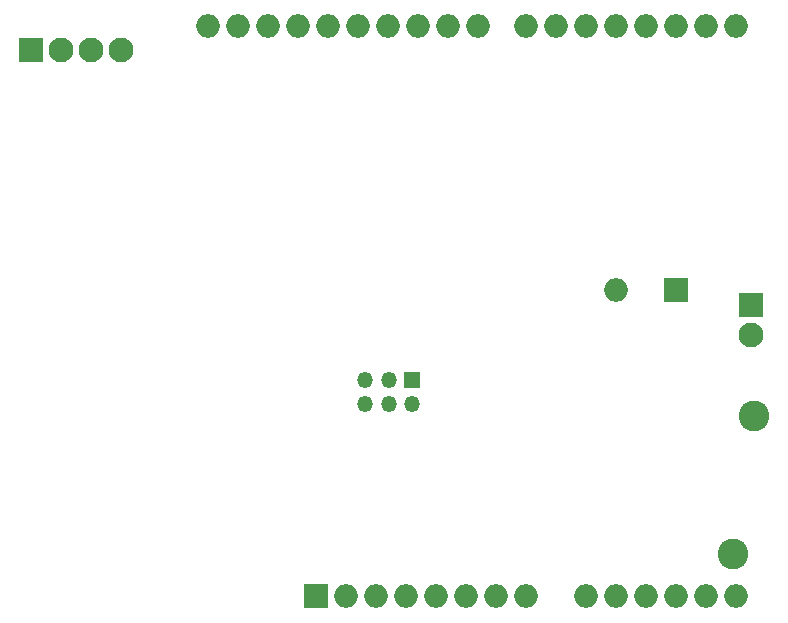
<source format=gbr>
%TF.GenerationSoftware,KiCad,Pcbnew,(6.0.5)*%
%TF.CreationDate,2022-06-24T12:54:37+01:00*%
%TF.ProjectId,Driver PCB,44726976-6572-4205-9043-422e6b696361,0*%
%TF.SameCoordinates,Original*%
%TF.FileFunction,Soldermask,Bot*%
%TF.FilePolarity,Negative*%
%FSLAX46Y46*%
G04 Gerber Fmt 4.6, Leading zero omitted, Abs format (unit mm)*
G04 Created by KiCad (PCBNEW (6.0.5)) date 2022-06-24 12:54:37*
%MOMM*%
%LPD*%
G01*
G04 APERTURE LIST*
%ADD10R,2.000000X2.000000*%
%ADD11O,2.000000X2.000000*%
%ADD12R,2.100000X2.100000*%
%ADD13C,2.100000*%
%ADD14R,1.350000X1.350000*%
%ADD15O,1.350000X1.350000*%
%ADD16C,2.600000*%
G04 APERTURE END LIST*
D10*
%TO.C,D4*%
X149860000Y-80010000D03*
D11*
X144780000Y-80010000D03*
%TD*%
D12*
%TO.C,J4*%
X95245000Y-59690000D03*
D13*
X97785000Y-59690000D03*
X100325000Y-59690000D03*
X102865000Y-59690000D03*
%TD*%
D14*
%TO.C,J1*%
X127508000Y-87630000D03*
D15*
X127508000Y-89630000D03*
X125508000Y-87630000D03*
X125508000Y-89630000D03*
X123508000Y-87630000D03*
X123508000Y-89630000D03*
%TD*%
D10*
%TO.C,A1*%
X119380000Y-105918000D03*
D11*
X121920000Y-105918000D03*
X124460000Y-105918000D03*
X127000000Y-105918000D03*
X129540000Y-105918000D03*
X132080000Y-105918000D03*
X134620000Y-105918000D03*
X137160000Y-105918000D03*
X142240000Y-105918000D03*
X144780000Y-105918000D03*
X147320000Y-105918000D03*
X149860000Y-105918000D03*
X152400000Y-105918000D03*
X154940000Y-105918000D03*
X154940000Y-57658000D03*
X152400000Y-57658000D03*
X149860000Y-57658000D03*
X147320000Y-57658000D03*
X144780000Y-57658000D03*
X142240000Y-57658000D03*
X139700000Y-57658000D03*
X137160000Y-57658000D03*
X133100000Y-57658000D03*
X130560000Y-57658000D03*
X128020000Y-57658000D03*
X125480000Y-57658000D03*
X122940000Y-57658000D03*
X120400000Y-57658000D03*
X117860000Y-57658000D03*
X115320000Y-57658000D03*
X112780000Y-57658000D03*
X110240000Y-57658000D03*
%TD*%
D16*
%TO.C,J7*%
X156464000Y-90678000D03*
%TD*%
%TO.C,J5*%
X154686000Y-102362000D03*
%TD*%
D12*
%TO.C,J2*%
X156210000Y-81280000D03*
D13*
X156210000Y-83820000D03*
%TD*%
M02*

</source>
